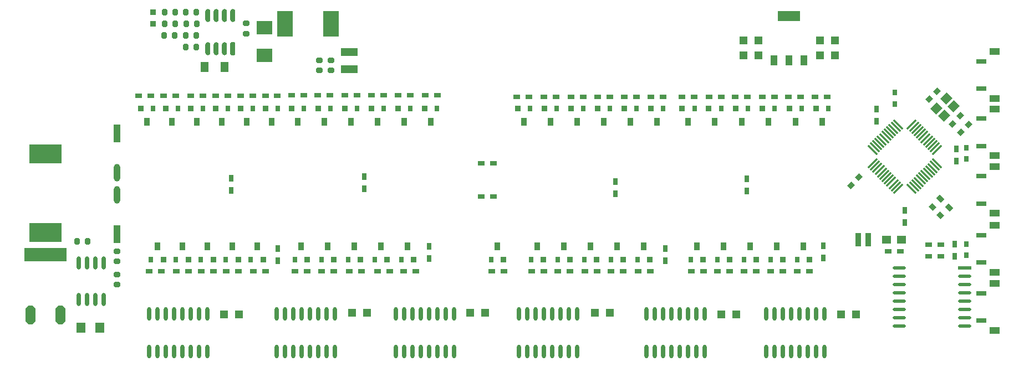
<source format=gbp>
G04*
G04 #@! TF.GenerationSoftware,Altium Limited,Altium Designer,20.0.9 (164)*
G04*
G04 Layer_Color=128*
%FSLAX25Y25*%
%MOIN*%
G70*
G01*
G75*
%ADD16R,0.05500X0.04500*%
%ADD39R,0.19685X0.11811*%
%ADD40R,0.05500X0.06200*%
G04:AMPARAMS|DCode=41|XSize=35mil|YSize=30mil|CornerRadius=0mil|HoleSize=0mil|Usage=FLASHONLY|Rotation=45.000|XOffset=0mil|YOffset=0mil|HoleType=Round|Shape=Rectangle|*
%AMROTATEDRECTD41*
4,1,4,-0.00177,-0.02298,-0.02298,-0.00177,0.00177,0.02298,0.02298,0.00177,-0.00177,-0.02298,0.0*
%
%ADD41ROTATEDRECTD41*%

%ADD42R,0.03150X0.04000*%
%ADD43R,0.03000X0.03500*%
G04:AMPARAMS|DCode=44|XSize=11.81mil|YSize=82.68mil|CornerRadius=0mil|HoleSize=0mil|Usage=FLASHONLY|Rotation=135.000|XOffset=0mil|YOffset=0mil|HoleType=Round|Shape=Round|*
%AMOVALD44*
21,1,0.07087,0.01181,0.00000,0.00000,225.0*
1,1,0.01181,0.02506,0.02506*
1,1,0.01181,-0.02506,-0.02506*
%
%ADD44OVALD44*%

G04:AMPARAMS|DCode=45|XSize=11.81mil|YSize=82.68mil|CornerRadius=0mil|HoleSize=0mil|Usage=FLASHONLY|Rotation=225.000|XOffset=0mil|YOffset=0mil|HoleType=Round|Shape=Round|*
%AMOVALD45*
21,1,0.07087,0.01181,0.00000,0.00000,315.0*
1,1,0.01181,-0.02506,0.02506*
1,1,0.01181,0.02506,-0.02506*
%
%ADD45OVALD45*%

G04:AMPARAMS|DCode=46|XSize=47.24mil|YSize=55.12mil|CornerRadius=0mil|HoleSize=0mil|Usage=FLASHONLY|Rotation=135.000|XOffset=0mil|YOffset=0mil|HoleType=Round|Shape=Rectangle|*
%AMROTATEDRECTD46*
4,1,4,0.03619,0.00278,-0.00278,-0.03619,-0.03619,-0.00278,0.00278,0.03619,0.03619,0.00278,0.0*
%
%ADD46ROTATEDRECTD46*%

%ADD47R,0.05906X0.03150*%
%ADD48R,0.05906X0.04331*%
G04:AMPARAMS|DCode=49|XSize=35mil|YSize=30mil|CornerRadius=0mil|HoleSize=0mil|Usage=FLASHONLY|Rotation=315.000|XOffset=0mil|YOffset=0mil|HoleType=Round|Shape=Rectangle|*
%AMROTATEDRECTD49*
4,1,4,-0.02298,0.00177,-0.00177,0.02298,0.02298,-0.00177,0.00177,-0.02298,-0.02298,0.00177,0.0*
%
%ADD49ROTATEDRECTD49*%

G04:AMPARAMS|DCode=50|XSize=40mil|YSize=31.5mil|CornerRadius=0mil|HoleSize=0mil|Usage=FLASHONLY|Rotation=135.000|XOffset=0mil|YOffset=0mil|HoleType=Round|Shape=Rectangle|*
%AMROTATEDRECTD50*
4,1,4,0.02528,-0.00301,0.00301,-0.02528,-0.02528,0.00301,-0.00301,0.02528,0.02528,-0.00301,0.0*
%
%ADD50ROTATEDRECTD50*%

%ADD51R,0.04000X0.03150*%
%ADD52R,0.03500X0.08000*%
%ADD53R,0.08000X0.01968*%
%ADD54O,0.08000X0.01968*%
%ADD55R,0.05000X0.05000*%
%ADD56R,0.13583X0.06102*%
%ADD57R,0.04331X0.06102*%
%ADD58R,0.04331X0.06102*%
%ADD59O,0.03000X0.08000*%
G04:AMPARAMS|DCode=60|XSize=80mil|YSize=30mil|CornerRadius=0mil|HoleSize=0mil|Usage=FLASHONLY|Rotation=90.000|XOffset=0mil|YOffset=0mil|HoleType=Round|Shape=Octagon|*
%AMOCTAGOND60*
4,1,8,0.00750,0.04000,-0.00750,0.04000,-0.01500,0.03250,-0.01500,-0.03250,-0.00750,-0.04000,0.00750,-0.04000,0.01500,-0.03250,0.01500,0.03250,0.00750,0.04000,0.0*
%
%ADD60OCTAGOND60*%

%ADD61R,0.09449X0.15748*%
G04:AMPARAMS|DCode=62|XSize=37mil|YSize=32mil|CornerRadius=8mil|HoleSize=0mil|Usage=FLASHONLY|Rotation=90.000|XOffset=0mil|YOffset=0mil|HoleType=Round|Shape=RoundedRectangle|*
%AMROUNDEDRECTD62*
21,1,0.03700,0.01600,0,0,90.0*
21,1,0.02100,0.03200,0,0,90.0*
1,1,0.01600,0.00800,0.01050*
1,1,0.01600,0.00800,-0.01050*
1,1,0.01600,-0.00800,-0.01050*
1,1,0.01600,-0.00800,0.01050*
%
%ADD62ROUNDEDRECTD62*%
%ADD63R,0.10000X0.05000*%
%ADD64R,0.05000X0.06000*%
G04:AMPARAMS|DCode=65|XSize=37mil|YSize=32mil|CornerRadius=8mil|HoleSize=0mil|Usage=FLASHONLY|Rotation=0.000|XOffset=0mil|YOffset=0mil|HoleType=Round|Shape=RoundedRectangle|*
%AMROUNDEDRECTD65*
21,1,0.03700,0.01600,0,0,0.0*
21,1,0.02100,0.03200,0,0,0.0*
1,1,0.01600,0.01050,-0.00800*
1,1,0.01600,-0.01050,-0.00800*
1,1,0.01600,-0.01050,0.00800*
1,1,0.01600,0.01050,0.00800*
%
%ADD65ROUNDEDRECTD65*%
%ADD66R,0.03700X0.03200*%
%ADD67R,0.09449X0.07874*%
G04:AMPARAMS|DCode=68|XSize=110.24mil|YSize=59.06mil|CornerRadius=0mil|HoleSize=0mil|Usage=FLASHONLY|Rotation=90.000|XOffset=0mil|YOffset=0mil|HoleType=Round|Shape=Octagon|*
%AMOCTAGOND68*
4,1,8,0.01476,0.05512,-0.01476,0.05512,-0.02953,0.04035,-0.02953,-0.04035,-0.01476,-0.05512,0.01476,-0.05512,0.02953,-0.04035,0.02953,0.04035,0.01476,0.05512,0.0*
%
%ADD68OCTAGOND68*%

%ADD69R,0.25591X0.07874*%
%ADD70O,0.03937X0.10630*%
%ADD71R,0.03937X0.10630*%
%ADD72O,0.02400X0.08000*%
%ADD73R,0.05000X0.05000*%
%ADD74O,0.02362X0.08268*%
%ADD75R,0.03600X0.05000*%
%ADD76R,0.03600X0.03600*%
%ADD77R,0.03000X0.03600*%
D16*
X640000Y185000D02*
D03*
X631000D02*
D03*
D39*
X125439Y189378D02*
D03*
Y236622D02*
D03*
D40*
X157951Y132000D02*
D03*
X146731D02*
D03*
D41*
X680404Y254404D02*
D03*
X675525Y249525D02*
D03*
X670596Y254596D02*
D03*
X675475Y259475D02*
D03*
X609596Y217596D02*
D03*
X614475Y222475D02*
D03*
X661404Y274404D02*
D03*
X656525Y269525D02*
D03*
D42*
X673000Y232350D02*
D03*
Y239650D02*
D03*
X625000Y263650D02*
D03*
Y256350D02*
D03*
X672000Y175000D02*
D03*
Y182300D02*
D03*
X642000Y195350D02*
D03*
Y202650D02*
D03*
X468000Y220000D02*
D03*
Y212700D02*
D03*
X237000Y214700D02*
D03*
Y222000D02*
D03*
X317000Y215700D02*
D03*
Y223000D02*
D03*
X547000Y214350D02*
D03*
Y221650D02*
D03*
X593000Y174000D02*
D03*
Y181300D02*
D03*
X498000Y172350D02*
D03*
Y179650D02*
D03*
X356000Y173700D02*
D03*
Y181000D02*
D03*
X265000Y172350D02*
D03*
Y179650D02*
D03*
D43*
X679000Y240400D02*
D03*
Y233500D02*
D03*
X636000Y266600D02*
D03*
Y273500D02*
D03*
X679000Y182400D02*
D03*
Y175500D02*
D03*
D44*
X646112Y254423D02*
D03*
X647504Y253031D02*
D03*
X648896Y251639D02*
D03*
X650288Y250247D02*
D03*
X651680Y248855D02*
D03*
X653072Y247463D02*
D03*
X654463Y246072D02*
D03*
X655855Y244680D02*
D03*
X657247Y243288D02*
D03*
X658639Y241896D02*
D03*
X660031Y240504D02*
D03*
X661423Y239112D02*
D03*
X637959Y215648D02*
D03*
X636567Y217039D02*
D03*
X635175Y218431D02*
D03*
X633783Y219823D02*
D03*
X632391Y221215D02*
D03*
X630999Y222607D02*
D03*
X629607Y223999D02*
D03*
X628215Y225391D02*
D03*
X626823Y226783D02*
D03*
X625431Y228175D02*
D03*
X624039Y229567D02*
D03*
X622648Y230959D02*
D03*
D45*
X661423Y230888D02*
D03*
X660031Y229496D02*
D03*
X658639Y228104D02*
D03*
X657247Y226712D02*
D03*
X655855Y225320D02*
D03*
X654463Y223928D02*
D03*
X653072Y222537D02*
D03*
X651680Y221145D02*
D03*
X650288Y219753D02*
D03*
X648896Y218361D02*
D03*
X647504Y216969D02*
D03*
X646112Y215577D02*
D03*
X622577Y239112D02*
D03*
X623969Y240504D02*
D03*
X625361Y241896D02*
D03*
X626753Y243288D02*
D03*
X628145Y244680D02*
D03*
X629537Y246072D02*
D03*
X630928Y247463D02*
D03*
X632320Y248855D02*
D03*
X633712Y250247D02*
D03*
X635104Y251639D02*
D03*
X636496Y253031D02*
D03*
X637888Y254423D02*
D03*
D46*
X661000Y264000D02*
D03*
X665525Y259475D02*
D03*
X671324Y265414D02*
D03*
X666869Y269869D02*
D03*
D47*
X688126Y275807D02*
D03*
Y292343D02*
D03*
X688110Y241260D02*
D03*
Y257795D02*
D03*
Y206732D02*
D03*
Y223268D02*
D03*
Y171205D02*
D03*
Y187740D02*
D03*
Y136205D02*
D03*
Y152740D02*
D03*
D48*
X696000Y270000D02*
D03*
Y298150D02*
D03*
X695984Y235453D02*
D03*
Y263602D02*
D03*
Y200925D02*
D03*
Y229075D02*
D03*
Y165398D02*
D03*
Y193547D02*
D03*
Y130398D02*
D03*
Y158547D02*
D03*
D49*
X663404Y199596D02*
D03*
X658525Y204475D02*
D03*
D50*
X663419Y209581D02*
D03*
X668581Y204419D02*
D03*
D51*
X663650Y175000D02*
D03*
X656350D02*
D03*
X663650Y182000D02*
D03*
X656350D02*
D03*
X632000Y178000D02*
D03*
X639300D02*
D03*
X584650Y166000D02*
D03*
X577350D02*
D03*
X568650D02*
D03*
X561350D02*
D03*
X536650D02*
D03*
X529350D02*
D03*
X552650D02*
D03*
X545350D02*
D03*
X521000D02*
D03*
X513700D02*
D03*
X472650D02*
D03*
X465350D02*
D03*
X489000D02*
D03*
X481700D02*
D03*
X457000D02*
D03*
X449700D02*
D03*
X440650D02*
D03*
X433350D02*
D03*
X425000D02*
D03*
X417700D02*
D03*
X401000D02*
D03*
X393700D02*
D03*
X387350Y211000D02*
D03*
X394650D02*
D03*
X387350Y231000D02*
D03*
X394650D02*
D03*
X282650Y166000D02*
D03*
X275350D02*
D03*
X298650D02*
D03*
X291350D02*
D03*
X315300D02*
D03*
X308000D02*
D03*
X332300D02*
D03*
X325000D02*
D03*
X348000D02*
D03*
X340700D02*
D03*
X211150D02*
D03*
X203850D02*
D03*
X195000D02*
D03*
X187700D02*
D03*
X257500D02*
D03*
X250200D02*
D03*
X241150D02*
D03*
X233850D02*
D03*
X226150D02*
D03*
X218850D02*
D03*
X212700Y271500D02*
D03*
X220000D02*
D03*
X556350Y271000D02*
D03*
X563650D02*
D03*
X524350D02*
D03*
X531650D02*
D03*
X508000D02*
D03*
X515300D02*
D03*
X572000D02*
D03*
X579300D02*
D03*
X588000D02*
D03*
X595300D02*
D03*
X540000D02*
D03*
X547300D02*
D03*
X227700Y271500D02*
D03*
X235000D02*
D03*
X257500D02*
D03*
X264800D02*
D03*
X473350Y271000D02*
D03*
X480650D02*
D03*
X441350D02*
D03*
X448650D02*
D03*
X489350D02*
D03*
X496650D02*
D03*
X457350D02*
D03*
X464650D02*
D03*
X425000D02*
D03*
X432300D02*
D03*
X408700D02*
D03*
X416000D02*
D03*
X273350Y272000D02*
D03*
X280650D02*
D03*
X305350D02*
D03*
X312650D02*
D03*
X321350D02*
D03*
X328650D02*
D03*
X353700D02*
D03*
X361000D02*
D03*
X337350D02*
D03*
X344650D02*
D03*
X289000D02*
D03*
X296300D02*
D03*
X242700Y271500D02*
D03*
X250000D02*
D03*
X196350D02*
D03*
X203650D02*
D03*
X181350D02*
D03*
X188650D02*
D03*
D52*
X620000Y185000D02*
D03*
X614000D02*
D03*
D53*
X678000Y168000D02*
D03*
D54*
Y163000D02*
D03*
Y158000D02*
D03*
Y153000D02*
D03*
Y148000D02*
D03*
Y143000D02*
D03*
Y138000D02*
D03*
Y133000D02*
D03*
X638500D02*
D03*
Y138000D02*
D03*
Y143000D02*
D03*
Y148000D02*
D03*
Y153000D02*
D03*
Y158000D02*
D03*
Y163000D02*
D03*
Y168000D02*
D03*
D55*
X591000Y296000D02*
D03*
Y305000D02*
D03*
X600000D02*
D03*
Y296000D02*
D03*
X554000Y305000D02*
D03*
Y296000D02*
D03*
X545000D02*
D03*
Y305000D02*
D03*
D56*
X572417Y319549D02*
D03*
D57*
X563362Y292974D02*
D03*
X572417D02*
D03*
D58*
X581472D02*
D03*
D59*
X233000Y320000D02*
D03*
X223000Y300000D02*
D03*
X228000D02*
D03*
X238000Y320000D02*
D03*
X228000D02*
D03*
X223000D02*
D03*
X233000Y300000D02*
D03*
D60*
X238000D02*
D03*
D61*
X297000Y315000D02*
D03*
X269441D02*
D03*
D62*
X216000Y301000D02*
D03*
X209787D02*
D03*
X203000Y308000D02*
D03*
X196787D02*
D03*
X203213Y322000D02*
D03*
X197000D02*
D03*
X209787Y308000D02*
D03*
X216000D02*
D03*
Y322000D02*
D03*
X209787D02*
D03*
X203213Y315000D02*
D03*
X197000D02*
D03*
X216213D02*
D03*
X210000D02*
D03*
X150652Y184000D02*
D03*
X144439D02*
D03*
D63*
X308000Y287764D02*
D03*
Y298000D02*
D03*
D64*
X221000Y289000D02*
D03*
X233000D02*
D03*
D65*
X290000Y286787D02*
D03*
Y293000D02*
D03*
X297000Y286787D02*
D03*
Y293000D02*
D03*
X246000Y309000D02*
D03*
Y315213D02*
D03*
X168439Y164000D02*
D03*
Y157787D02*
D03*
Y178000D02*
D03*
Y171787D02*
D03*
D66*
X190000Y322000D02*
D03*
Y315000D02*
D03*
D67*
X257000Y296000D02*
D03*
Y312535D02*
D03*
D68*
X134439Y139780D02*
D03*
X116447D02*
D03*
D69*
X125439Y176000D02*
D03*
D70*
X168439Y212000D02*
D03*
Y225189D02*
D03*
D71*
Y188378D02*
D03*
Y248811D02*
D03*
D72*
X145439Y171000D02*
D03*
X150439D02*
D03*
X155439D02*
D03*
X160439D02*
D03*
X145439Y149000D02*
D03*
X155439D02*
D03*
X160439D02*
D03*
X150439D02*
D03*
D73*
X232500Y140000D02*
D03*
X241500D02*
D03*
X309500Y141000D02*
D03*
X318500D02*
D03*
X380500D02*
D03*
X389500D02*
D03*
X455500D02*
D03*
X464500D02*
D03*
X531500Y140000D02*
D03*
X540500D02*
D03*
X603500D02*
D03*
X612500D02*
D03*
D74*
X558500Y140319D02*
D03*
X563500D02*
D03*
X568500D02*
D03*
X573500D02*
D03*
X578500D02*
D03*
X583500D02*
D03*
X588500D02*
D03*
X593500D02*
D03*
X558500Y117681D02*
D03*
X563500D02*
D03*
X568500D02*
D03*
X573500D02*
D03*
X578500D02*
D03*
X583500D02*
D03*
X588500D02*
D03*
X593500D02*
D03*
X486814Y140319D02*
D03*
X491814D02*
D03*
X496814D02*
D03*
X501814D02*
D03*
X506814D02*
D03*
X511814D02*
D03*
X516814D02*
D03*
X521814D02*
D03*
X486814Y117681D02*
D03*
X491814Y117681D02*
D03*
X496814Y117681D02*
D03*
X501814D02*
D03*
X506814D02*
D03*
X511814D02*
D03*
X516814Y117681D02*
D03*
X521814Y117681D02*
D03*
X410100Y140319D02*
D03*
X415100D02*
D03*
X420100D02*
D03*
X425100D02*
D03*
X430100D02*
D03*
X435100D02*
D03*
X440100D02*
D03*
X445100D02*
D03*
X410100Y117681D02*
D03*
X415100D02*
D03*
X420100D02*
D03*
X425100D02*
D03*
X430100D02*
D03*
X435100D02*
D03*
X440100D02*
D03*
X445100D02*
D03*
X335900Y140319D02*
D03*
X340900D02*
D03*
X345900D02*
D03*
X350900D02*
D03*
X355900D02*
D03*
X360900D02*
D03*
X365900D02*
D03*
X370900D02*
D03*
X335900Y117681D02*
D03*
X340900Y117681D02*
D03*
X345900Y117681D02*
D03*
X350900D02*
D03*
X355900D02*
D03*
X360900D02*
D03*
X365900Y117681D02*
D03*
X370900Y117681D02*
D03*
X264214Y140319D02*
D03*
X269214D02*
D03*
X274214D02*
D03*
X279214D02*
D03*
X284214D02*
D03*
X289214D02*
D03*
X294214D02*
D03*
X299214D02*
D03*
X264214Y117681D02*
D03*
X269214Y117681D02*
D03*
X274214Y117681D02*
D03*
X279214D02*
D03*
X284214D02*
D03*
X289214D02*
D03*
X294214Y117681D02*
D03*
X299214Y117681D02*
D03*
X187500Y140319D02*
D03*
X192500D02*
D03*
X197500D02*
D03*
X202500D02*
D03*
X207500D02*
D03*
X212500D02*
D03*
X217500D02*
D03*
X222500D02*
D03*
X187500Y117681D02*
D03*
X192500Y117681D02*
D03*
X197500Y117681D02*
D03*
X202500D02*
D03*
X207500D02*
D03*
X212500D02*
D03*
X217500Y117681D02*
D03*
X222500Y117681D02*
D03*
D75*
X576300Y256000D02*
D03*
X592300D02*
D03*
X560000D02*
D03*
X544000D02*
D03*
X527800D02*
D03*
X511800D02*
D03*
X493000D02*
D03*
X477000D02*
D03*
X461000D02*
D03*
X445000D02*
D03*
X429000D02*
D03*
X413000D02*
D03*
X397000Y181000D02*
D03*
X357000Y256000D02*
D03*
X341000D02*
D03*
X325000D02*
D03*
X309000D02*
D03*
X293000D02*
D03*
X277000D02*
D03*
X207500Y181000D02*
D03*
X192500D02*
D03*
X186300Y256000D02*
D03*
X201300D02*
D03*
X216300D02*
D03*
X231300D02*
D03*
X246300D02*
D03*
X261300D02*
D03*
X517000Y181000D02*
D03*
X469000D02*
D03*
X533000D02*
D03*
X565000D02*
D03*
X581000D02*
D03*
X549000D02*
D03*
X421000D02*
D03*
X453000D02*
D03*
X485000D02*
D03*
X437000D02*
D03*
X311000D02*
D03*
X343000D02*
D03*
X295000D02*
D03*
X279000D02*
D03*
X327000D02*
D03*
X237500D02*
D03*
X222500D02*
D03*
X252500D02*
D03*
D76*
X572500Y264000D02*
D03*
X588500D02*
D03*
X556200D02*
D03*
X540200D02*
D03*
X524000D02*
D03*
X508000D02*
D03*
X489200D02*
D03*
X473200D02*
D03*
X457200D02*
D03*
X441200D02*
D03*
X425200D02*
D03*
X409200D02*
D03*
X400800Y173000D02*
D03*
X353200Y264000D02*
D03*
X337200D02*
D03*
X321200D02*
D03*
X305200D02*
D03*
X289200D02*
D03*
X273200D02*
D03*
X211300Y173000D02*
D03*
X196300D02*
D03*
X182500Y264000D02*
D03*
X197500D02*
D03*
X212500D02*
D03*
X227500D02*
D03*
X242500D02*
D03*
X257500D02*
D03*
X520800Y173000D02*
D03*
X472800D02*
D03*
X536800D02*
D03*
X568800D02*
D03*
X584800D02*
D03*
X552800D02*
D03*
X424800D02*
D03*
X456800D02*
D03*
X488800D02*
D03*
X440800D02*
D03*
X314800D02*
D03*
X346800D02*
D03*
X298800D02*
D03*
X282800D02*
D03*
X330800D02*
D03*
X241300D02*
D03*
X226300D02*
D03*
X256300D02*
D03*
D77*
X580000Y264000D02*
D03*
X596000D02*
D03*
X563700D02*
D03*
X547700D02*
D03*
X531500D02*
D03*
X515500D02*
D03*
X496700D02*
D03*
X480700D02*
D03*
X464700D02*
D03*
X448700D02*
D03*
X432700D02*
D03*
X416700D02*
D03*
X393300Y173000D02*
D03*
X360700Y264000D02*
D03*
X344700D02*
D03*
X328700D02*
D03*
X312700D02*
D03*
X296700D02*
D03*
X280700D02*
D03*
X203800Y173000D02*
D03*
X188800D02*
D03*
X190000Y264000D02*
D03*
X205000D02*
D03*
X220000D02*
D03*
X235000D02*
D03*
X250000D02*
D03*
X265000D02*
D03*
X513300Y173000D02*
D03*
X465300D02*
D03*
X529300D02*
D03*
X561300D02*
D03*
X577300D02*
D03*
X545300D02*
D03*
X417300D02*
D03*
X449300D02*
D03*
X481300D02*
D03*
X433300D02*
D03*
X307300D02*
D03*
X339300D02*
D03*
X291300D02*
D03*
X275300D02*
D03*
X323300D02*
D03*
X233800D02*
D03*
X218800D02*
D03*
X248800D02*
D03*
M02*

</source>
